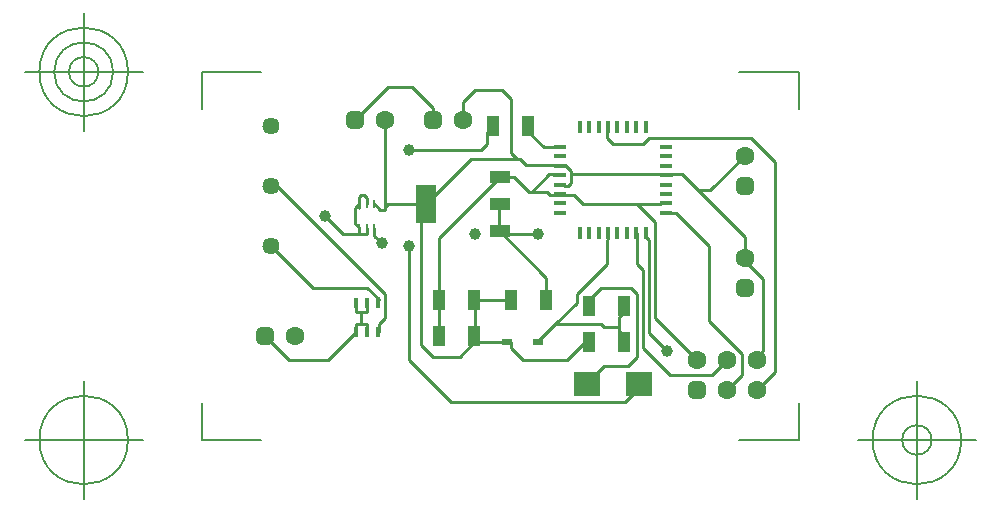
<source format=gbr>
G04 Generated by Ultiboard 14.0 *
%FSLAX24Y24*%
%MOIN*%

%ADD10C,0.0001*%
%ADD11C,0.0100*%
%ADD12C,0.0050*%
%ADD13R,0.0126X0.0346*%
%ADD14R,0.0394X0.0669*%
%ADD15R,0.0354X0.0197*%
%ADD16R,0.0098X0.0296*%
%ADD17C,0.0394*%
%ADD18R,0.0669X0.0394*%
%ADD19R,0.0669X0.1299*%
%ADD20R,0.0208X0.0208*%
%ADD21C,0.0392*%
%ADD22C,0.0633*%
%ADD23R,0.0413X0.0689*%
%ADD24R,0.0866X0.0827*%
%ADD25R,0.0157X0.0394*%
%ADD26R,0.0394X0.0157*%
%ADD27C,0.0573*%


G04 ColorRGB 00FF00 for the following layer *
%LNCopper Top*%
%LPD*%
G54D10*
G54D11*
X9800Y2600D02*
X9800Y2800D01*
X9688Y2800D01*
X13400Y3200D02*
X13591Y3009D01*
X13591Y2800D01*
X13591Y3009D01*
X13400Y3200D01*
X5000Y3118D02*
X5000Y3400D01*
X4626Y3400D01*
X4800Y3800D02*
X4800Y3400D01*
X5000Y4082D02*
X5000Y3800D01*
X4626Y3800D01*
X4626Y4082D01*
X4626Y3400D02*
X4626Y3118D01*
X5400Y3400D02*
X5600Y3600D01*
X5374Y3118D02*
X5400Y3118D01*
X5400Y3400D01*
X13400Y3600D02*
X13400Y3200D01*
X13591Y4000D02*
X13591Y3791D01*
X13400Y3600D01*
X5374Y4082D02*
X5374Y4174D01*
X5400Y4200D01*
X12409Y4209D02*
X12800Y4600D01*
X12409Y4000D02*
X12409Y4209D01*
X4600Y7250D02*
X4600Y6750D01*
X4744Y6606D01*
X5400Y7250D02*
X5256Y7394D01*
X4800Y7700D02*
X4900Y7700D01*
X5000Y7600D02*
X5000Y7394D01*
X4900Y7700D02*
X5000Y7600D01*
X4744Y7644D02*
X4800Y7700D01*
X4744Y7256D02*
X4744Y7644D01*
X4744Y7394D02*
X4600Y7250D01*
X5400Y7200D02*
X5400Y7250D01*
X8200Y10400D02*
X8200Y10200D01*
X9800Y10900D02*
X9500Y11200D01*
X8600Y11200D01*
X9209Y10000D02*
X9000Y9791D01*
X9000Y9400D01*
X8200Y10800D02*
X8200Y10400D01*
X13400Y3300D02*
X12900Y3300D01*
X14066Y1266D02*
X13600Y800D01*
X14066Y1266D02*
X14066Y1400D01*
X8600Y4191D02*
X8591Y4200D01*
X8600Y3009D02*
X8591Y3000D01*
X7409Y4200D02*
X7400Y4200D01*
X8600Y4191D02*
X8600Y3009D01*
X7400Y3000D02*
X7409Y3000D01*
X7400Y4200D02*
X7400Y3000D01*
X8591Y2791D02*
X8591Y3000D01*
X9440Y8306D02*
X9440Y8400D01*
X9440Y7400D02*
X9400Y7400D01*
X9400Y6494D01*
X9440Y6400D02*
X9440Y6494D01*
X11800Y8500D02*
X11800Y8100D01*
X11243Y8357D02*
X11209Y8391D01*
X11428Y8357D02*
X11243Y8357D01*
X14972Y7413D02*
X14813Y7413D01*
X11557Y8043D02*
X11428Y8043D01*
X11600Y8000D02*
X11557Y8043D01*
X11700Y8000D02*
X11600Y8000D01*
X11800Y8100D02*
X11700Y8000D01*
X14813Y7413D02*
X14800Y7400D01*
X14800Y8400D02*
X11800Y8400D01*
X11209Y8391D02*
X11091Y8391D01*
X13000Y9800D02*
X13043Y9843D01*
X13000Y9600D02*
X13000Y9800D01*
X13043Y9843D02*
X13043Y9972D01*
X14843Y8357D02*
X14800Y8400D01*
X14972Y8357D02*
X14843Y8357D01*
X13043Y6243D02*
X13043Y6428D01*
X14400Y6200D02*
X14302Y6298D01*
X13000Y6200D02*
X13043Y6243D01*
X11000Y7800D02*
X10400Y7800D01*
X14600Y6800D02*
X14000Y7400D01*
X14302Y6298D02*
X14302Y6428D01*
X14800Y7400D02*
X12200Y7400D01*
X6960Y7432D02*
X6960Y7400D01*
X10100Y8900D02*
X8460Y8900D01*
X10400Y7800D02*
X9894Y8306D01*
X9440Y8306D01*
X7409Y6275D01*
X7409Y4200D01*
X5000Y6606D02*
X5000Y6400D01*
X8600Y11200D02*
X8200Y10800D01*
X9800Y9100D02*
X9800Y10900D01*
X9800Y9100D02*
X10000Y8900D01*
X4744Y6444D02*
X4744Y6606D01*
X2400Y2200D02*
X3708Y2200D01*
X1600Y3000D02*
X2400Y2200D01*
X3708Y2200D02*
X4626Y3118D01*
X10700Y6400D02*
X9535Y6400D01*
X18200Y4871D02*
X18200Y4900D01*
X17600Y5500D01*
X14200Y2600D02*
X15100Y1700D01*
X16500Y1700D01*
X17000Y2200D01*
X18200Y2500D02*
X17900Y2200D01*
X18200Y2500D02*
X18200Y4871D01*
X16000Y2200D02*
X14600Y3600D01*
X14600Y6800D01*
X14400Y3100D02*
X15000Y2500D01*
X14400Y3100D02*
X14400Y6200D01*
X13600Y800D02*
X7800Y800D01*
X6400Y2200D02*
X6400Y6028D01*
X6432Y6060D01*
X7800Y800D02*
X6400Y2200D01*
X6800Y6400D02*
X6800Y7240D01*
X8460Y8900D01*
X10200Y2200D02*
X9800Y2600D01*
X11671Y2200D02*
X12271Y2800D01*
X11671Y2200D02*
X10200Y2200D01*
X12271Y2800D02*
X12409Y2800D01*
X14000Y6428D02*
X13987Y6428D01*
X14200Y5200D02*
X14000Y5400D01*
X14000Y6428D01*
X14200Y2600D02*
X14200Y5200D01*
X13800Y4600D02*
X14000Y4400D01*
X12800Y4600D02*
X13800Y4600D01*
X14000Y4400D02*
X14000Y2300D01*
X13700Y2000D02*
X12900Y2000D01*
X12500Y1600D01*
X14000Y2300D02*
X13700Y2000D01*
X17600Y5500D02*
X17600Y6300D01*
X5256Y6606D02*
X5256Y6344D01*
X5500Y6100D01*
X9000Y9400D02*
X8800Y9200D01*
X6400Y9200D01*
X7200Y2300D02*
X8100Y2300D01*
X8591Y2791D01*
X8591Y3000D02*
X8591Y2800D01*
X8591Y4200D02*
X9809Y4200D01*
X8591Y2800D02*
X9688Y2800D01*
X11000Y4209D02*
X10991Y4200D01*
X15302Y7098D02*
X14972Y7098D01*
X16400Y6000D02*
X15302Y7098D01*
X16400Y3500D02*
X16400Y6000D01*
X17500Y2400D02*
X17500Y1700D01*
X16400Y3500D02*
X17500Y2400D01*
X17500Y1700D02*
X17000Y1200D01*
X4200Y6400D02*
X5000Y6400D01*
X4200Y6400D02*
X3600Y7000D01*
X5700Y11300D02*
X4600Y10200D01*
X6500Y11300D02*
X7200Y10600D01*
X6500Y11300D02*
X5700Y11300D01*
X7200Y10600D02*
X7200Y10200D01*
X12400Y4800D02*
X13000Y5400D01*
X13000Y6200D01*
X5571Y7200D02*
X5400Y7200D01*
X6800Y6400D02*
X6800Y2700D01*
X7200Y2300D01*
X5700Y7400D02*
X7200Y7400D01*
X5600Y7229D02*
X5600Y7300D01*
X5600Y8400D02*
X5600Y7200D01*
X5700Y7400D02*
X5600Y7300D01*
X5600Y8400D02*
X5600Y10200D01*
X3200Y4600D02*
X1800Y6000D01*
X5400Y4217D02*
X5017Y4600D01*
X3200Y4600D01*
X5400Y4200D02*
X5400Y4217D01*
X5600Y4400D02*
X2000Y8000D01*
X1800Y8000D01*
X5600Y3600D02*
X5600Y4400D01*
X13200Y9400D02*
X13000Y9600D01*
X14400Y9600D02*
X14200Y9400D01*
X13200Y9400D01*
X11091Y8391D02*
X10500Y7800D01*
X17600Y9000D02*
X16450Y7850D01*
X16050Y7850D01*
X14400Y9600D02*
X17800Y9600D01*
X18600Y8800D01*
X18600Y1800D02*
X18600Y8800D01*
X18600Y1800D02*
X18000Y1200D01*
X12000Y4400D02*
X12400Y4800D01*
X11309Y3421D02*
X10712Y2824D01*
X10712Y2800D01*
X12000Y4400D02*
X12000Y4112D01*
X11309Y3421D01*
X12800Y3400D02*
X11329Y3400D01*
X12900Y3300D02*
X12800Y3400D01*
X10391Y10000D02*
X10391Y9809D01*
X10898Y9302D01*
X11428Y9302D01*
X11245Y8700D02*
X10300Y8700D01*
X11245Y8700D02*
X11272Y8672D01*
X10300Y8700D02*
X10100Y8900D01*
X11555Y8700D02*
X11600Y8700D01*
X11800Y8500D01*
X11555Y8700D02*
X11528Y8672D01*
X11900Y7700D02*
X11456Y7700D01*
X12200Y7400D02*
X11900Y7700D01*
X11456Y7700D02*
X11428Y7728D01*
X11100Y7700D02*
X11401Y7700D01*
X11100Y7700D02*
X11000Y7800D01*
X11401Y7700D02*
X11428Y7728D01*
X15157Y8357D02*
X14972Y8357D01*
X15500Y8400D02*
X15200Y8400D01*
X17600Y6300D02*
X15500Y8400D01*
X15200Y8400D02*
X15157Y8357D01*
X10991Y4200D02*
X10991Y4944D01*
X9440Y6494D01*
G54D12*
X-500Y-470D02*
X-500Y757D01*
X-500Y-470D02*
X1490Y-470D01*
X19400Y-470D02*
X17410Y-470D01*
X19400Y-470D02*
X19400Y757D01*
X19400Y11800D02*
X19400Y10573D01*
X19400Y11800D02*
X17410Y11800D01*
X-500Y11800D02*
X1490Y11800D01*
X-500Y11800D02*
X-500Y10573D01*
X-2469Y-470D02*
X-6406Y-470D01*
X-4437Y-2439D02*
X-4437Y1498D01*
X-5913Y-470D02*
G75*
D01*
G02X-5913Y-470I1476J0*
G01*
X21369Y-470D02*
X25306Y-470D01*
X23337Y-2439D02*
X23337Y1498D01*
X21861Y-470D02*
G75*
D01*
G02X21861Y-470I1476J0*
G01*
X22845Y-470D02*
G75*
D01*
G02X22845Y-470I492J0*
G01*
X-2469Y11800D02*
X-6406Y11800D01*
X-4437Y9831D02*
X-4437Y13769D01*
X-5913Y11800D02*
G75*
D01*
G02X-5913Y11800I1476J0*
G01*
X-5421Y11800D02*
G75*
D01*
G02X-5421Y11800I984J0*
G01*
X-4929Y11800D02*
G75*
D01*
G02X-4929Y11800I492J0*
G01*
G54D13*
X4626Y3118D03*
X5000Y3118D03*
X5374Y3118D03*
X4626Y4082D03*
X5374Y4082D03*
X5000Y4082D03*
G54D14*
X12409Y4000D03*
X13591Y4000D03*
X7409Y4200D03*
X8591Y4200D03*
X9809Y4200D03*
X10991Y4200D03*
X12409Y2800D03*
X13591Y2800D03*
X7409Y3000D03*
X8591Y3000D03*
G54D15*
X9688Y2800D03*
X10712Y2800D03*
G54D16*
X4744Y6606D03*
X5000Y6606D03*
X5256Y6606D03*
X4744Y7394D03*
X5000Y7394D03*
X5256Y7394D03*
G54D17*
X8600Y6400D03*
X10700Y6400D03*
X15000Y2500D03*
X5500Y6100D03*
X6400Y9200D03*
X6400Y6000D03*
X3600Y7000D03*
G54D18*
X9440Y6494D03*
X9440Y7400D03*
X9440Y8306D03*
G54D19*
X6960Y7400D03*
G54D20*
X1600Y3000D03*
X4600Y10200D03*
X7200Y10200D03*
X16000Y1200D03*
X17600Y8000D03*
X17600Y4600D03*
G54D21*
X1496Y2896D02*
X1704Y2896D01*
X1704Y3104D01*
X1496Y3104D01*
X1496Y2896D01*D02*
X4496Y10096D02*
X4704Y10096D01*
X4704Y10304D01*
X4496Y10304D01*
X4496Y10096D01*D02*
X7096Y10096D02*
X7304Y10096D01*
X7304Y10304D01*
X7096Y10304D01*
X7096Y10096D01*D02*
X15896Y1096D02*
X16104Y1096D01*
X16104Y1304D01*
X15896Y1304D01*
X15896Y1096D01*D02*
X17496Y7896D02*
X17704Y7896D01*
X17704Y8104D01*
X17496Y8104D01*
X17496Y7896D01*D02*
X17496Y4496D02*
X17704Y4496D01*
X17704Y4704D01*
X17496Y4704D01*
X17496Y4496D01*D02*
G54D22*
X2600Y3000D03*
X5600Y10200D03*
X8200Y10200D03*
X16000Y2200D03*
X17000Y2200D03*
X18000Y2200D03*
X17000Y1200D03*
X18000Y1200D03*
X17600Y9000D03*
X17600Y5600D03*
G54D23*
X9209Y10000D03*
X10391Y10000D03*
G54D24*
X12334Y1400D03*
X14066Y1400D03*
G54D25*
X12098Y9972D03*
X12413Y9972D03*
X12728Y9972D03*
X13043Y9972D03*
X13357Y9972D03*
X13672Y9972D03*
X13987Y9972D03*
X14302Y9972D03*
X12098Y6428D03*
X12413Y6428D03*
X12728Y6428D03*
X13043Y6428D03*
X13357Y6428D03*
X13672Y6428D03*
X13987Y6428D03*
X14302Y6428D03*
G54D26*
X11428Y9302D03*
X11428Y8987D03*
X11428Y8672D03*
X11428Y8357D03*
X11428Y8043D03*
X11428Y7728D03*
X11428Y7413D03*
X11428Y7098D03*
X14972Y9302D03*
X14972Y8987D03*
X14972Y8672D03*
X14972Y8357D03*
X14972Y8043D03*
X14972Y7728D03*
X14972Y7413D03*
X14972Y7098D03*
G54D27*
X1800Y10000D03*
X1800Y8000D03*
X1800Y6000D03*

M02*

</source>
